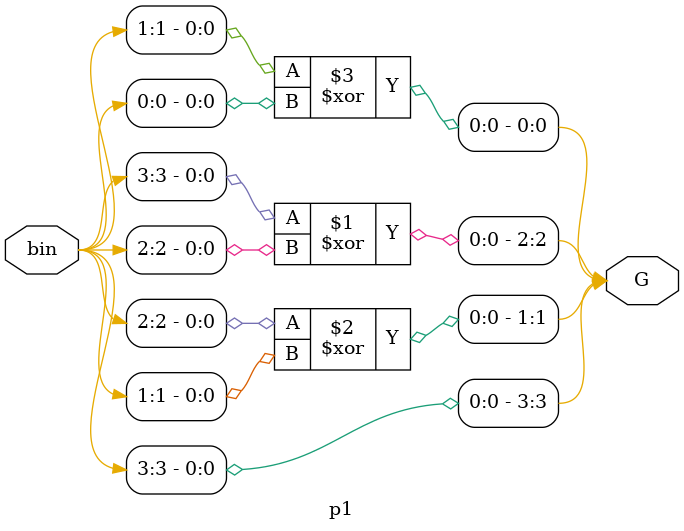
<source format=v>
module p1(G,bin);

input [3:0] bin;        //binary input
output [3:0] G;        //gray code output

assign G[3] = bin[3];
assign G[2] = bin[3] ^ bin[2];
assign G[1] = bin[2] ^ bin[1];
assign G[0] = bin[1] ^ bin[0];

endmodule 
</source>
